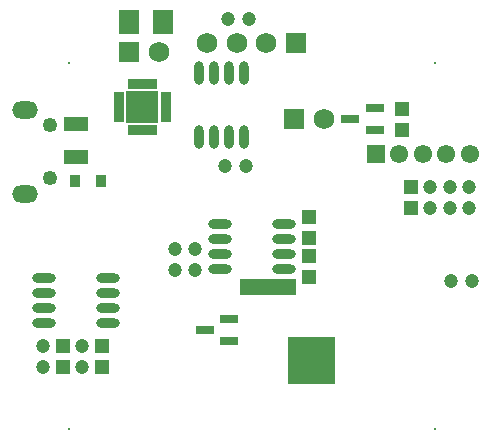
<source format=gbs>
%FSLAX25Y25*%
%MOIN*%
G70*
G01*
G75*
G04 Layer_Color=16711935*
%ADD10C,0.00787*%
%ADD11C,0.01378*%
%ADD12C,0.01969*%
%ADD13C,0.02756*%
%ADD14C,0.02953*%
%ADD15C,0.01181*%
%ADD16C,0.01575*%
%ADD17O,0.05315X0.01575*%
G04:AMPARAMS|DCode=18|XSize=118.11mil|YSize=35.43mil|CornerRadius=8.86mil|HoleSize=0mil|Usage=FLASHONLY|Rotation=90.000|XOffset=0mil|YOffset=0mil|HoleType=Round|Shape=RoundedRectangle|*
%AMROUNDEDRECTD18*
21,1,0.11811,0.01772,0,0,90.0*
21,1,0.10039,0.03543,0,0,90.0*
1,1,0.01772,0.00886,0.05020*
1,1,0.01772,0.00886,-0.05020*
1,1,0.01772,-0.00886,-0.05020*
1,1,0.01772,-0.00886,0.05020*
%
%ADD18ROUNDEDRECTD18*%
%ADD19O,0.01378X0.06693*%
%ADD20R,0.11811X0.11811*%
%ADD21C,0.05906*%
G04:AMPARAMS|DCode=22|XSize=59.06mil|YSize=68.9mil|CornerRadius=14.76mil|HoleSize=0mil|Usage=FLASHONLY|Rotation=270.000|XOffset=0mil|YOffset=0mil|HoleType=Round|Shape=RoundedRectangle|*
%AMROUNDEDRECTD22*
21,1,0.05906,0.03937,0,0,270.0*
21,1,0.02953,0.06890,0,0,270.0*
1,1,0.02953,-0.01969,-0.01476*
1,1,0.02953,-0.01969,0.01476*
1,1,0.02953,0.01969,0.01476*
1,1,0.02953,0.01969,-0.01476*
%
%ADD22ROUNDEDRECTD22*%
%ADD23R,0.06890X0.05906*%
%ADD24R,0.03347X0.04134*%
%ADD25R,0.05906X0.07087*%
%ADD26R,0.03937X0.03937*%
%ADD27C,0.03937*%
G04:AMPARAMS|DCode=28|XSize=59.06mil|YSize=47.24mil|CornerRadius=11.81mil|HoleSize=0mil|Usage=FLASHONLY|Rotation=90.000|XOffset=0mil|YOffset=0mil|HoleType=Round|Shape=RoundedRectangle|*
%AMROUNDEDRECTD28*
21,1,0.05906,0.02362,0,0,90.0*
21,1,0.03543,0.04724,0,0,90.0*
1,1,0.02362,0.01181,0.01772*
1,1,0.02362,0.01181,-0.01772*
1,1,0.02362,-0.01181,-0.01772*
1,1,0.02362,-0.01181,0.01772*
%
%ADD28ROUNDEDRECTD28*%
%ADD29R,0.05512X0.07874*%
%ADD30R,0.08661X0.09449*%
%ADD31R,0.06299X0.15748*%
%ADD32R,0.07480X0.08976*%
%ADD33R,0.07087X0.03937*%
%ADD34R,0.03937X0.03937*%
%ADD35R,0.06693X0.09449*%
%ADD36R,0.07087X0.13780*%
%ADD37R,0.02480X0.03268*%
%ADD38R,0.03937X0.07874*%
%ADD39O,0.06693X0.01181*%
%ADD40O,0.01181X0.06693*%
%ADD41C,0.03937*%
%ADD42O,0.07874X0.04921*%
%ADD43C,0.04134*%
%ADD44R,0.06102X0.06102*%
%ADD45C,0.06102*%
%ADD46C,0.05315*%
%ADD47R,0.05315X0.05315*%
%ADD48C,0.02362*%
%ADD49C,0.00591*%
%ADD50R,0.02874X0.01181*%
%ADD51R,0.01181X0.02874*%
%ADD52R,0.09843X0.09843*%
%ADD53R,0.05512X0.02362*%
%ADD54O,0.07008X0.02362*%
%ADD55O,0.02362X0.07008*%
%ADD56R,0.00394X0.00394*%
%ADD57C,0.00984*%
%ADD58C,0.01000*%
%ADD59C,0.00394*%
%ADD60C,0.02362*%
%ADD61O,0.06102X0.02362*%
G04:AMPARAMS|DCode=62|XSize=125.98mil|YSize=43.31mil|CornerRadius=12.8mil|HoleSize=0mil|Usage=FLASHONLY|Rotation=90.000|XOffset=0mil|YOffset=0mil|HoleType=Round|Shape=RoundedRectangle|*
%AMROUNDEDRECTD62*
21,1,0.12598,0.01772,0,0,90.0*
21,1,0.10039,0.04331,0,0,90.0*
1,1,0.02559,0.00886,0.05020*
1,1,0.02559,0.00886,-0.05020*
1,1,0.02559,-0.00886,-0.05020*
1,1,0.02559,-0.00886,0.05020*
%
%ADD62ROUNDEDRECTD62*%
%ADD63O,0.02165X0.07480*%
%ADD64R,0.12598X0.12598*%
%ADD65C,0.06693*%
G04:AMPARAMS|DCode=66|XSize=66.93mil|YSize=76.77mil|CornerRadius=18.7mil|HoleSize=0mil|Usage=FLASHONLY|Rotation=270.000|XOffset=0mil|YOffset=0mil|HoleType=Round|Shape=RoundedRectangle|*
%AMROUNDEDRECTD66*
21,1,0.06693,0.03937,0,0,270.0*
21,1,0.02953,0.07677,0,0,270.0*
1,1,0.03740,-0.01969,-0.01476*
1,1,0.03740,-0.01969,0.01476*
1,1,0.03740,0.01969,0.01476*
1,1,0.03740,0.01969,-0.01476*
%
%ADD66ROUNDEDRECTD66*%
%ADD67R,0.07677X0.06693*%
%ADD68R,0.04134X0.04921*%
%ADD69R,0.06693X0.07874*%
%ADD70R,0.04724X0.04724*%
%ADD71C,0.04724*%
G04:AMPARAMS|DCode=72|XSize=66.93mil|YSize=55.12mil|CornerRadius=15.75mil|HoleSize=0mil|Usage=FLASHONLY|Rotation=90.000|XOffset=0mil|YOffset=0mil|HoleType=Round|Shape=RoundedRectangle|*
%AMROUNDEDRECTD72*
21,1,0.06693,0.02362,0,0,90.0*
21,1,0.03543,0.05512,0,0,90.0*
1,1,0.03150,0.01181,0.01772*
1,1,0.03150,0.01181,-0.01772*
1,1,0.03150,-0.01181,-0.01772*
1,1,0.03150,-0.01181,0.01772*
%
%ADD72ROUNDEDRECTD72*%
%ADD73R,0.06299X0.08661*%
%ADD74R,0.09449X0.10236*%
%ADD75R,0.07087X0.16535*%
%ADD76R,0.08268X0.09764*%
%ADD77R,0.07874X0.04724*%
%ADD78R,0.04724X0.04724*%
%ADD79R,0.07480X0.10236*%
%ADD80R,0.07874X0.14567*%
%ADD81R,0.03268X0.04055*%
%ADD82R,0.04724X0.08661*%
%ADD83O,0.07480X0.01969*%
%ADD84O,0.01969X0.07480*%
%ADD85O,0.08661X0.05709*%
%ADD86C,0.04921*%
%ADD87C,0.00787*%
%ADD88R,0.06890X0.06890*%
%ADD89C,0.06890*%
%ADD90R,0.18701X0.05512*%
%ADD91R,0.03661X0.01969*%
%ADD92R,0.01969X0.03661*%
%ADD93R,0.10630X0.10630*%
%ADD94R,0.06299X0.03150*%
%ADD95O,0.07795X0.03150*%
%ADD96O,0.03150X0.07795*%
%ADD97R,0.01181X0.01181*%
G36*
X110236Y36614D02*
X94488D01*
Y52362D01*
X110236D01*
Y36614D01*
D02*
G37*
D44*
X123752Y113500D02*
D03*
D45*
X147374D02*
D03*
X139500D02*
D03*
X131626D02*
D03*
X155248D02*
D03*
D69*
X52917Y157500D02*
D03*
X41500D02*
D03*
D70*
X101500Y92543D02*
D03*
Y85457D02*
D03*
Y72457D02*
D03*
Y79543D02*
D03*
X132500Y121457D02*
D03*
Y128543D02*
D03*
X19500Y49543D02*
D03*
Y42457D02*
D03*
X32500Y42457D02*
D03*
Y49543D02*
D03*
X135500Y102543D02*
D03*
Y95457D02*
D03*
D71*
X155000Y102543D02*
D03*
Y95457D02*
D03*
X148957Y71000D02*
D03*
X156043D02*
D03*
X13000Y49543D02*
D03*
Y42457D02*
D03*
X56890Y74677D02*
D03*
Y81764D02*
D03*
X63449D02*
D03*
Y74677D02*
D03*
X80543Y109500D02*
D03*
X73457D02*
D03*
X81543Y158500D02*
D03*
X74457D02*
D03*
X26000Y42457D02*
D03*
Y49543D02*
D03*
X148500Y102543D02*
D03*
Y95457D02*
D03*
X142000D02*
D03*
Y102543D02*
D03*
D77*
X24000Y123512D02*
D03*
Y112488D02*
D03*
D81*
X32390Y104500D02*
D03*
X23610D02*
D03*
D85*
X6791Y100098D02*
D03*
Y128248D02*
D03*
D86*
X15256Y122933D02*
D03*
Y105413D02*
D03*
D87*
X143700Y21654D02*
D03*
X21653D02*
D03*
Y143701D02*
D03*
X143700D02*
D03*
D88*
X96500Y125000D02*
D03*
X97185Y150500D02*
D03*
X41500Y147500D02*
D03*
D89*
X106500Y125000D02*
D03*
X87343Y150500D02*
D03*
X77500D02*
D03*
X67658D02*
D03*
X51500Y147500D02*
D03*
D90*
X87902Y69000D02*
D03*
D91*
X38264Y125063D02*
D03*
Y127032D02*
D03*
Y129000D02*
D03*
Y130968D02*
D03*
Y132937D02*
D03*
X53736D02*
D03*
Y130968D02*
D03*
Y129000D02*
D03*
Y127032D02*
D03*
Y125063D02*
D03*
D92*
X42063Y136736D02*
D03*
X44032D02*
D03*
X46000D02*
D03*
X47969D02*
D03*
X49937D02*
D03*
Y121264D02*
D03*
X47969D02*
D03*
X46000D02*
D03*
X44032D02*
D03*
X42063D02*
D03*
D93*
X46000Y129000D02*
D03*
D94*
X66732Y54760D02*
D03*
X75000Y51020D02*
D03*
Y58500D02*
D03*
X123500Y121260D02*
D03*
Y128740D02*
D03*
X115232Y125000D02*
D03*
D95*
X93307Y75177D02*
D03*
Y85177D02*
D03*
Y80177D02*
D03*
Y90177D02*
D03*
X72047Y75177D02*
D03*
Y80177D02*
D03*
Y85177D02*
D03*
Y90177D02*
D03*
X13370Y57000D02*
D03*
Y62000D02*
D03*
Y72000D02*
D03*
Y67000D02*
D03*
X34630Y57000D02*
D03*
Y67000D02*
D03*
Y62000D02*
D03*
Y72000D02*
D03*
D96*
X65000Y119240D02*
D03*
X70000D02*
D03*
X75000D02*
D03*
X80000D02*
D03*
X65000Y140500D02*
D03*
X75000D02*
D03*
X70000D02*
D03*
X80000D02*
D03*
D97*
X80913Y69000D02*
D03*
X88000D02*
D03*
X94693D02*
D03*
M02*

</source>
